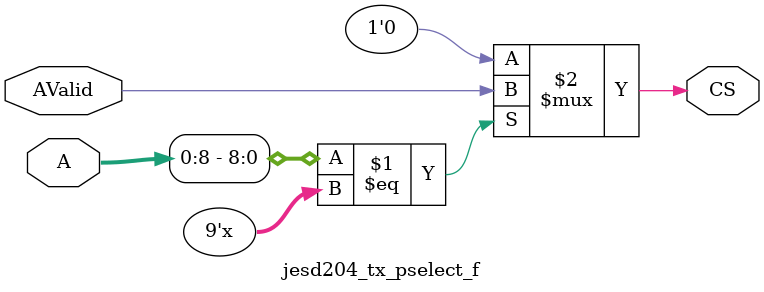
<source format=v>
`timescale 1 ps/1 ps

module jesd204_tx_pselect_f ( A, AValid, CS) ;

parameter C_AB  = 9;
parameter C_AW  = 32;
parameter [0:C_AW - 1] C_BAR =  'bz;
parameter C_FAMILY  = "nofamily";
input[0:C_AW-1] A; 
input AValid; 
output CS; 
wire CS;
parameter [0:C_AB-1]BAR = C_BAR[0:C_AB-1];

//----------------------------------------------------------------------------
// Build a behavioral decoder
//----------------------------------------------------------------------------
generate
if (C_AB > 0) begin : XST_WA
assign CS = (A[0:C_AB - 1] == BAR[0:C_AB - 1]) ? AValid : 1'b0 ;
end
endgenerate

generate
if (C_AB == 0) begin : PASS_ON_GEN
assign CS = AValid ;
end
endgenerate
endmodule

</source>
